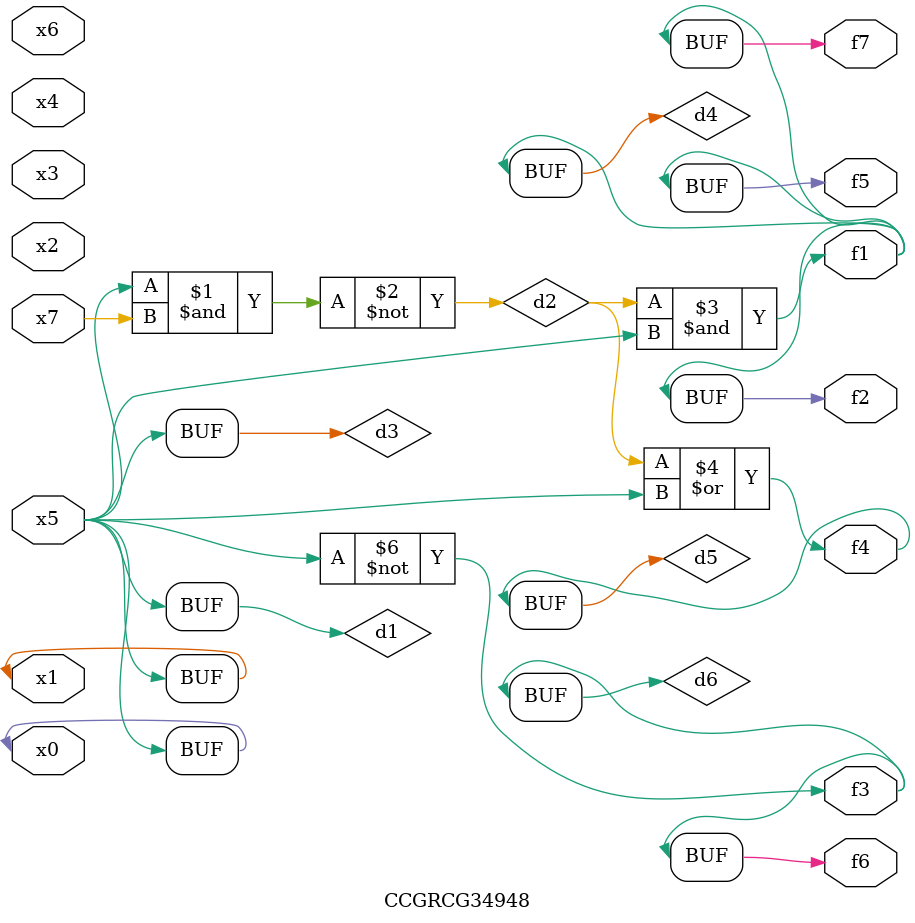
<source format=v>
module CCGRCG34948(
	input x0, x1, x2, x3, x4, x5, x6, x7,
	output f1, f2, f3, f4, f5, f6, f7
);

	wire d1, d2, d3, d4, d5, d6;

	buf (d1, x0, x5);
	nand (d2, x5, x7);
	buf (d3, x0, x1);
	and (d4, d2, d3);
	or (d5, d2, d3);
	nor (d6, d1, d3);
	assign f1 = d4;
	assign f2 = d4;
	assign f3 = d6;
	assign f4 = d5;
	assign f5 = d4;
	assign f6 = d6;
	assign f7 = d4;
endmodule

</source>
